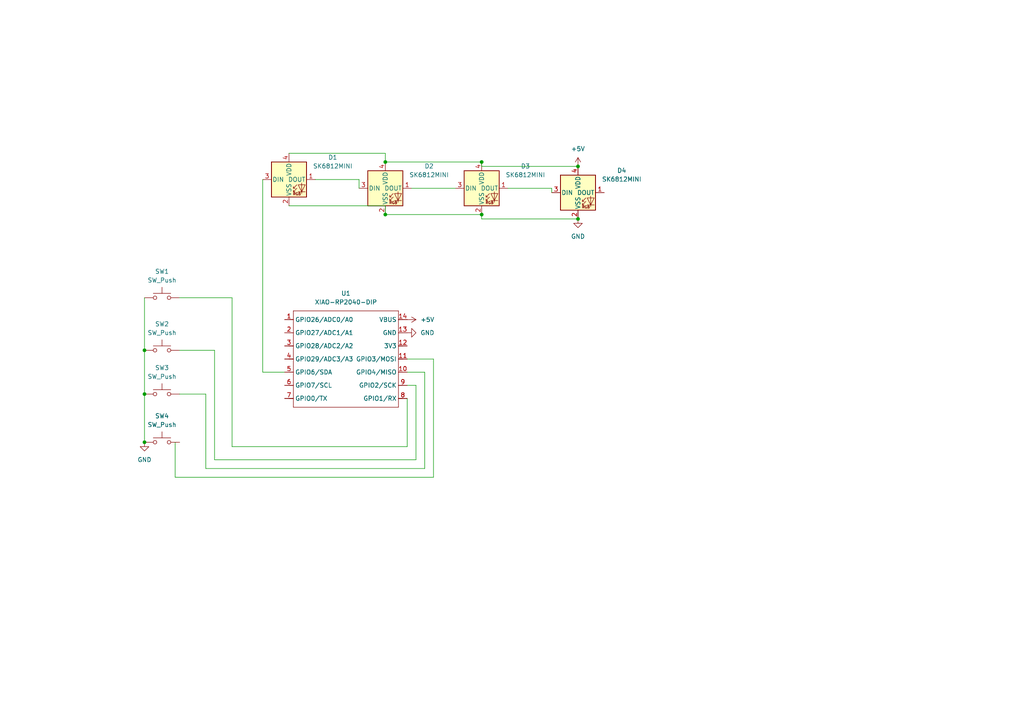
<source format=kicad_sch>
(kicad_sch
	(version 20250114)
	(generator "eeschema")
	(generator_version "9.0")
	(uuid "11d57eef-85a8-4c84-8d1b-bf52e20ed5b1")
	(paper "A4")
	(lib_symbols
		(symbol "LED:SK6812MINI"
			(pin_names
				(offset 0.254)
			)
			(exclude_from_sim no)
			(in_bom yes)
			(on_board yes)
			(property "Reference" "D"
				(at 5.08 5.715 0)
				(effects
					(font
						(size 1.27 1.27)
					)
					(justify right bottom)
				)
			)
			(property "Value" "SK6812MINI"
				(at 1.27 -5.715 0)
				(effects
					(font
						(size 1.27 1.27)
					)
					(justify left top)
				)
			)
			(property "Footprint" "LED_SMD:LED_SK6812MINI_PLCC4_3.5x3.5mm_P1.75mm"
				(at 1.27 -7.62 0)
				(effects
					(font
						(size 1.27 1.27)
					)
					(justify left top)
					(hide yes)
				)
			)
			(property "Datasheet" "https://cdn-shop.adafruit.com/product-files/2686/SK6812MINI_REV.01-1-2.pdf"
				(at 2.54 -9.525 0)
				(effects
					(font
						(size 1.27 1.27)
					)
					(justify left top)
					(hide yes)
				)
			)
			(property "Description" "RGB LED with integrated controller"
				(at 0 0 0)
				(effects
					(font
						(size 1.27 1.27)
					)
					(hide yes)
				)
			)
			(property "ki_keywords" "RGB LED NeoPixel Mini addressable"
				(at 0 0 0)
				(effects
					(font
						(size 1.27 1.27)
					)
					(hide yes)
				)
			)
			(property "ki_fp_filters" "LED*SK6812MINI*PLCC*3.5x3.5mm*P1.75mm*"
				(at 0 0 0)
				(effects
					(font
						(size 1.27 1.27)
					)
					(hide yes)
				)
			)
			(symbol "SK6812MINI_0_0"
				(text "RGB"
					(at 2.286 -4.191 0)
					(effects
						(font
							(size 0.762 0.762)
						)
					)
				)
			)
			(symbol "SK6812MINI_0_1"
				(polyline
					(pts
						(xy 1.27 -2.54) (xy 1.778 -2.54)
					)
					(stroke
						(width 0)
						(type default)
					)
					(fill
						(type none)
					)
				)
				(polyline
					(pts
						(xy 1.27 -3.556) (xy 1.778 -3.556)
					)
					(stroke
						(width 0)
						(type default)
					)
					(fill
						(type none)
					)
				)
				(polyline
					(pts
						(xy 2.286 -1.524) (xy 1.27 -2.54) (xy 1.27 -2.032)
					)
					(stroke
						(width 0)
						(type default)
					)
					(fill
						(type none)
					)
				)
				(polyline
					(pts
						(xy 2.286 -2.54) (xy 1.27 -3.556) (xy 1.27 -3.048)
					)
					(stroke
						(width 0)
						(type default)
					)
					(fill
						(type none)
					)
				)
				(polyline
					(pts
						(xy 3.683 -1.016) (xy 3.683 -3.556) (xy 3.683 -4.064)
					)
					(stroke
						(width 0)
						(type default)
					)
					(fill
						(type none)
					)
				)
				(polyline
					(pts
						(xy 4.699 -1.524) (xy 2.667 -1.524) (xy 3.683 -3.556) (xy 4.699 -1.524)
					)
					(stroke
						(width 0)
						(type default)
					)
					(fill
						(type none)
					)
				)
				(polyline
					(pts
						(xy 4.699 -3.556) (xy 2.667 -3.556)
					)
					(stroke
						(width 0)
						(type default)
					)
					(fill
						(type none)
					)
				)
				(rectangle
					(start 5.08 5.08)
					(end -5.08 -5.08)
					(stroke
						(width 0.254)
						(type default)
					)
					(fill
						(type background)
					)
				)
			)
			(symbol "SK6812MINI_1_1"
				(pin input line
					(at -7.62 0 0)
					(length 2.54)
					(name "DIN"
						(effects
							(font
								(size 1.27 1.27)
							)
						)
					)
					(number "3"
						(effects
							(font
								(size 1.27 1.27)
							)
						)
					)
				)
				(pin power_in line
					(at 0 7.62 270)
					(length 2.54)
					(name "VDD"
						(effects
							(font
								(size 1.27 1.27)
							)
						)
					)
					(number "4"
						(effects
							(font
								(size 1.27 1.27)
							)
						)
					)
				)
				(pin power_in line
					(at 0 -7.62 90)
					(length 2.54)
					(name "VSS"
						(effects
							(font
								(size 1.27 1.27)
							)
						)
					)
					(number "2"
						(effects
							(font
								(size 1.27 1.27)
							)
						)
					)
				)
				(pin output line
					(at 7.62 0 180)
					(length 2.54)
					(name "DOUT"
						(effects
							(font
								(size 1.27 1.27)
							)
						)
					)
					(number "1"
						(effects
							(font
								(size 1.27 1.27)
							)
						)
					)
				)
			)
			(embedded_fonts no)
		)
		(symbol "OPL:XIAO-RP2040-DIP"
			(exclude_from_sim no)
			(in_bom yes)
			(on_board yes)
			(property "Reference" "U"
				(at 0 0 0)
				(effects
					(font
						(size 1.27 1.27)
					)
				)
			)
			(property "Value" "XIAO-RP2040-DIP"
				(at 5.334 -1.778 0)
				(effects
					(font
						(size 1.27 1.27)
					)
				)
			)
			(property "Footprint" "Module:MOUDLE14P-XIAO-DIP-SMD"
				(at 14.478 -32.258 0)
				(effects
					(font
						(size 1.27 1.27)
					)
					(hide yes)
				)
			)
			(property "Datasheet" ""
				(at 0 0 0)
				(effects
					(font
						(size 1.27 1.27)
					)
					(hide yes)
				)
			)
			(property "Description" ""
				(at 0 0 0)
				(effects
					(font
						(size 1.27 1.27)
					)
					(hide yes)
				)
			)
			(symbol "XIAO-RP2040-DIP_1_0"
				(polyline
					(pts
						(xy -1.27 -2.54) (xy 29.21 -2.54)
					)
					(stroke
						(width 0.1524)
						(type solid)
					)
					(fill
						(type none)
					)
				)
				(polyline
					(pts
						(xy -1.27 -5.08) (xy -2.54 -5.08)
					)
					(stroke
						(width 0.1524)
						(type solid)
					)
					(fill
						(type none)
					)
				)
				(polyline
					(pts
						(xy -1.27 -5.08) (xy -1.27 -2.54)
					)
					(stroke
						(width 0.1524)
						(type solid)
					)
					(fill
						(type none)
					)
				)
				(polyline
					(pts
						(xy -1.27 -8.89) (xy -2.54 -8.89)
					)
					(stroke
						(width 0.1524)
						(type solid)
					)
					(fill
						(type none)
					)
				)
				(polyline
					(pts
						(xy -1.27 -8.89) (xy -1.27 -5.08)
					)
					(stroke
						(width 0.1524)
						(type solid)
					)
					(fill
						(type none)
					)
				)
				(polyline
					(pts
						(xy -1.27 -12.7) (xy -2.54 -12.7)
					)
					(stroke
						(width 0.1524)
						(type solid)
					)
					(fill
						(type none)
					)
				)
				(polyline
					(pts
						(xy -1.27 -12.7) (xy -1.27 -8.89)
					)
					(stroke
						(width 0.1524)
						(type solid)
					)
					(fill
						(type none)
					)
				)
				(polyline
					(pts
						(xy -1.27 -16.51) (xy -2.54 -16.51)
					)
					(stroke
						(width 0.1524)
						(type solid)
					)
					(fill
						(type none)
					)
				)
				(polyline
					(pts
						(xy -1.27 -16.51) (xy -1.27 -12.7)
					)
					(stroke
						(width 0.1524)
						(type solid)
					)
					(fill
						(type none)
					)
				)
				(polyline
					(pts
						(xy -1.27 -20.32) (xy -2.54 -20.32)
					)
					(stroke
						(width 0.1524)
						(type solid)
					)
					(fill
						(type none)
					)
				)
				(polyline
					(pts
						(xy -1.27 -24.13) (xy -2.54 -24.13)
					)
					(stroke
						(width 0.1524)
						(type solid)
					)
					(fill
						(type none)
					)
				)
				(polyline
					(pts
						(xy -1.27 -27.94) (xy -2.54 -27.94)
					)
					(stroke
						(width 0.1524)
						(type solid)
					)
					(fill
						(type none)
					)
				)
				(polyline
					(pts
						(xy -1.27 -30.48) (xy -1.27 -16.51)
					)
					(stroke
						(width 0.1524)
						(type solid)
					)
					(fill
						(type none)
					)
				)
				(polyline
					(pts
						(xy 29.21 -2.54) (xy 29.21 -5.08)
					)
					(stroke
						(width 0.1524)
						(type solid)
					)
					(fill
						(type none)
					)
				)
				(polyline
					(pts
						(xy 29.21 -5.08) (xy 29.21 -8.89)
					)
					(stroke
						(width 0.1524)
						(type solid)
					)
					(fill
						(type none)
					)
				)
				(polyline
					(pts
						(xy 29.21 -8.89) (xy 29.21 -12.7)
					)
					(stroke
						(width 0.1524)
						(type solid)
					)
					(fill
						(type none)
					)
				)
				(polyline
					(pts
						(xy 29.21 -12.7) (xy 29.21 -30.48)
					)
					(stroke
						(width 0.1524)
						(type solid)
					)
					(fill
						(type none)
					)
				)
				(polyline
					(pts
						(xy 29.21 -30.48) (xy -1.27 -30.48)
					)
					(stroke
						(width 0.1524)
						(type solid)
					)
					(fill
						(type none)
					)
				)
				(polyline
					(pts
						(xy 30.48 -5.08) (xy 29.21 -5.08)
					)
					(stroke
						(width 0.1524)
						(type solid)
					)
					(fill
						(type none)
					)
				)
				(polyline
					(pts
						(xy 30.48 -8.89) (xy 29.21 -8.89)
					)
					(stroke
						(width 0.1524)
						(type solid)
					)
					(fill
						(type none)
					)
				)
				(polyline
					(pts
						(xy 30.48 -12.7) (xy 29.21 -12.7)
					)
					(stroke
						(width 0.1524)
						(type solid)
					)
					(fill
						(type none)
					)
				)
				(polyline
					(pts
						(xy 30.48 -16.51) (xy 29.21 -16.51)
					)
					(stroke
						(width 0.1524)
						(type solid)
					)
					(fill
						(type none)
					)
				)
				(polyline
					(pts
						(xy 30.48 -20.32) (xy 29.21 -20.32)
					)
					(stroke
						(width 0.1524)
						(type solid)
					)
					(fill
						(type none)
					)
				)
				(polyline
					(pts
						(xy 30.48 -24.13) (xy 29.21 -24.13)
					)
					(stroke
						(width 0.1524)
						(type solid)
					)
					(fill
						(type none)
					)
				)
				(polyline
					(pts
						(xy 30.48 -27.94) (xy 29.21 -27.94)
					)
					(stroke
						(width 0.1524)
						(type solid)
					)
					(fill
						(type none)
					)
				)
				(pin passive line
					(at -3.81 -5.08 0)
					(length 2.54)
					(name "GPIO26/ADC0/A0"
						(effects
							(font
								(size 1.27 1.27)
							)
						)
					)
					(number "1"
						(effects
							(font
								(size 1.27 1.27)
							)
						)
					)
				)
				(pin passive line
					(at -3.81 -8.89 0)
					(length 2.54)
					(name "GPIO27/ADC1/A1"
						(effects
							(font
								(size 1.27 1.27)
							)
						)
					)
					(number "2"
						(effects
							(font
								(size 1.27 1.27)
							)
						)
					)
				)
				(pin passive line
					(at -3.81 -12.7 0)
					(length 2.54)
					(name "GPIO28/ADC2/A2"
						(effects
							(font
								(size 1.27 1.27)
							)
						)
					)
					(number "3"
						(effects
							(font
								(size 1.27 1.27)
							)
						)
					)
				)
				(pin passive line
					(at -3.81 -16.51 0)
					(length 2.54)
					(name "GPIO29/ADC3/A3"
						(effects
							(font
								(size 1.27 1.27)
							)
						)
					)
					(number "4"
						(effects
							(font
								(size 1.27 1.27)
							)
						)
					)
				)
				(pin passive line
					(at -3.81 -20.32 0)
					(length 2.54)
					(name "GPIO6/SDA"
						(effects
							(font
								(size 1.27 1.27)
							)
						)
					)
					(number "5"
						(effects
							(font
								(size 1.27 1.27)
							)
						)
					)
				)
				(pin passive line
					(at -3.81 -24.13 0)
					(length 2.54)
					(name "GPIO7/SCL"
						(effects
							(font
								(size 1.27 1.27)
							)
						)
					)
					(number "6"
						(effects
							(font
								(size 1.27 1.27)
							)
						)
					)
				)
				(pin passive line
					(at -3.81 -27.94 0)
					(length 2.54)
					(name "GPIO0/TX"
						(effects
							(font
								(size 1.27 1.27)
							)
						)
					)
					(number "7"
						(effects
							(font
								(size 1.27 1.27)
							)
						)
					)
				)
				(pin passive line
					(at 31.75 -5.08 180)
					(length 2.54)
					(name "VBUS"
						(effects
							(font
								(size 1.27 1.27)
							)
						)
					)
					(number "14"
						(effects
							(font
								(size 1.27 1.27)
							)
						)
					)
				)
				(pin passive line
					(at 31.75 -8.89 180)
					(length 2.54)
					(name "GND"
						(effects
							(font
								(size 1.27 1.27)
							)
						)
					)
					(number "13"
						(effects
							(font
								(size 1.27 1.27)
							)
						)
					)
				)
				(pin passive line
					(at 31.75 -12.7 180)
					(length 2.54)
					(name "3V3"
						(effects
							(font
								(size 1.27 1.27)
							)
						)
					)
					(number "12"
						(effects
							(font
								(size 1.27 1.27)
							)
						)
					)
				)
				(pin passive line
					(at 31.75 -16.51 180)
					(length 2.54)
					(name "GPIO3/MOSI"
						(effects
							(font
								(size 1.27 1.27)
							)
						)
					)
					(number "11"
						(effects
							(font
								(size 1.27 1.27)
							)
						)
					)
				)
				(pin passive line
					(at 31.75 -20.32 180)
					(length 2.54)
					(name "GPIO4/MISO"
						(effects
							(font
								(size 1.27 1.27)
							)
						)
					)
					(number "10"
						(effects
							(font
								(size 1.27 1.27)
							)
						)
					)
				)
				(pin passive line
					(at 31.75 -24.13 180)
					(length 2.54)
					(name "GPIO2/SCK"
						(effects
							(font
								(size 1.27 1.27)
							)
						)
					)
					(number "9"
						(effects
							(font
								(size 1.27 1.27)
							)
						)
					)
				)
				(pin passive line
					(at 31.75 -27.94 180)
					(length 2.54)
					(name "GPIO1/RX"
						(effects
							(font
								(size 1.27 1.27)
							)
						)
					)
					(number "8"
						(effects
							(font
								(size 1.27 1.27)
							)
						)
					)
				)
			)
			(embedded_fonts no)
		)
		(symbol "Switch:SW_Push"
			(pin_numbers
				(hide yes)
			)
			(pin_names
				(offset 1.016)
				(hide yes)
			)
			(exclude_from_sim no)
			(in_bom yes)
			(on_board yes)
			(property "Reference" "SW"
				(at 1.27 2.54 0)
				(effects
					(font
						(size 1.27 1.27)
					)
					(justify left)
				)
			)
			(property "Value" "SW_Push"
				(at 0 -1.524 0)
				(effects
					(font
						(size 1.27 1.27)
					)
				)
			)
			(property "Footprint" ""
				(at 0 5.08 0)
				(effects
					(font
						(size 1.27 1.27)
					)
					(hide yes)
				)
			)
			(property "Datasheet" "~"
				(at 0 5.08 0)
				(effects
					(font
						(size 1.27 1.27)
					)
					(hide yes)
				)
			)
			(property "Description" "Push button switch, generic, two pins"
				(at 0 0 0)
				(effects
					(font
						(size 1.27 1.27)
					)
					(hide yes)
				)
			)
			(property "ki_keywords" "switch normally-open pushbutton push-button"
				(at 0 0 0)
				(effects
					(font
						(size 1.27 1.27)
					)
					(hide yes)
				)
			)
			(symbol "SW_Push_0_1"
				(circle
					(center -2.032 0)
					(radius 0.508)
					(stroke
						(width 0)
						(type default)
					)
					(fill
						(type none)
					)
				)
				(polyline
					(pts
						(xy 0 1.27) (xy 0 3.048)
					)
					(stroke
						(width 0)
						(type default)
					)
					(fill
						(type none)
					)
				)
				(circle
					(center 2.032 0)
					(radius 0.508)
					(stroke
						(width 0)
						(type default)
					)
					(fill
						(type none)
					)
				)
				(polyline
					(pts
						(xy 2.54 1.27) (xy -2.54 1.27)
					)
					(stroke
						(width 0)
						(type default)
					)
					(fill
						(type none)
					)
				)
				(pin passive line
					(at -5.08 0 0)
					(length 2.54)
					(name "1"
						(effects
							(font
								(size 1.27 1.27)
							)
						)
					)
					(number "1"
						(effects
							(font
								(size 1.27 1.27)
							)
						)
					)
				)
				(pin passive line
					(at 5.08 0 180)
					(length 2.54)
					(name "2"
						(effects
							(font
								(size 1.27 1.27)
							)
						)
					)
					(number "2"
						(effects
							(font
								(size 1.27 1.27)
							)
						)
					)
				)
			)
			(embedded_fonts no)
		)
		(symbol "power:+5V"
			(power)
			(pin_numbers
				(hide yes)
			)
			(pin_names
				(offset 0)
				(hide yes)
			)
			(exclude_from_sim no)
			(in_bom yes)
			(on_board yes)
			(property "Reference" "#PWR"
				(at 0 -3.81 0)
				(effects
					(font
						(size 1.27 1.27)
					)
					(hide yes)
				)
			)
			(property "Value" "+5V"
				(at 0 3.556 0)
				(effects
					(font
						(size 1.27 1.27)
					)
				)
			)
			(property "Footprint" ""
				(at 0 0 0)
				(effects
					(font
						(size 1.27 1.27)
					)
					(hide yes)
				)
			)
			(property "Datasheet" ""
				(at 0 0 0)
				(effects
					(font
						(size 1.27 1.27)
					)
					(hide yes)
				)
			)
			(property "Description" "Power symbol creates a global label with name \"+5V\""
				(at 0 0 0)
				(effects
					(font
						(size 1.27 1.27)
					)
					(hide yes)
				)
			)
			(property "ki_keywords" "global power"
				(at 0 0 0)
				(effects
					(font
						(size 1.27 1.27)
					)
					(hide yes)
				)
			)
			(symbol "+5V_0_1"
				(polyline
					(pts
						(xy -0.762 1.27) (xy 0 2.54)
					)
					(stroke
						(width 0)
						(type default)
					)
					(fill
						(type none)
					)
				)
				(polyline
					(pts
						(xy 0 2.54) (xy 0.762 1.27)
					)
					(stroke
						(width 0)
						(type default)
					)
					(fill
						(type none)
					)
				)
				(polyline
					(pts
						(xy 0 0) (xy 0 2.54)
					)
					(stroke
						(width 0)
						(type default)
					)
					(fill
						(type none)
					)
				)
			)
			(symbol "+5V_1_1"
				(pin power_in line
					(at 0 0 90)
					(length 0)
					(name "~"
						(effects
							(font
								(size 1.27 1.27)
							)
						)
					)
					(number "1"
						(effects
							(font
								(size 1.27 1.27)
							)
						)
					)
				)
			)
			(embedded_fonts no)
		)
		(symbol "power:GND"
			(power)
			(pin_numbers
				(hide yes)
			)
			(pin_names
				(offset 0)
				(hide yes)
			)
			(exclude_from_sim no)
			(in_bom yes)
			(on_board yes)
			(property "Reference" "#PWR"
				(at 0 -6.35 0)
				(effects
					(font
						(size 1.27 1.27)
					)
					(hide yes)
				)
			)
			(property "Value" "GND"
				(at 0 -3.81 0)
				(effects
					(font
						(size 1.27 1.27)
					)
				)
			)
			(property "Footprint" ""
				(at 0 0 0)
				(effects
					(font
						(size 1.27 1.27)
					)
					(hide yes)
				)
			)
			(property "Datasheet" ""
				(at 0 0 0)
				(effects
					(font
						(size 1.27 1.27)
					)
					(hide yes)
				)
			)
			(property "Description" "Power symbol creates a global label with name \"GND\" , ground"
				(at 0 0 0)
				(effects
					(font
						(size 1.27 1.27)
					)
					(hide yes)
				)
			)
			(property "ki_keywords" "global power"
				(at 0 0 0)
				(effects
					(font
						(size 1.27 1.27)
					)
					(hide yes)
				)
			)
			(symbol "GND_0_1"
				(polyline
					(pts
						(xy 0 0) (xy 0 -1.27) (xy 1.27 -1.27) (xy 0 -2.54) (xy -1.27 -1.27) (xy 0 -1.27)
					)
					(stroke
						(width 0)
						(type default)
					)
					(fill
						(type none)
					)
				)
			)
			(symbol "GND_1_1"
				(pin power_in line
					(at 0 0 270)
					(length 0)
					(name "~"
						(effects
							(font
								(size 1.27 1.27)
							)
						)
					)
					(number "1"
						(effects
							(font
								(size 1.27 1.27)
							)
						)
					)
				)
			)
			(embedded_fonts no)
		)
	)
	(junction
		(at 139.7 62.23)
		(diameter 0)
		(color 0 0 0 0)
		(uuid "36a2f428-213a-4291-8ce9-f3746334a688")
	)
	(junction
		(at 41.91 101.6)
		(diameter 0)
		(color 0 0 0 0)
		(uuid "4a7d4b76-1b89-446f-a0dc-3801aa89f25a")
	)
	(junction
		(at 111.76 46.99)
		(diameter 0)
		(color 0 0 0 0)
		(uuid "74b40708-a9d4-4175-8dba-044b0ecd5ba1")
	)
	(junction
		(at 41.91 128.27)
		(diameter 0)
		(color 0 0 0 0)
		(uuid "9c30821f-7023-4167-8ee4-80606ce58ed7")
	)
	(junction
		(at 41.91 114.3)
		(diameter 0)
		(color 0 0 0 0)
		(uuid "a9f51fc3-68c3-4ee6-8e3a-d09660012e9b")
	)
	(junction
		(at 111.76 62.23)
		(diameter 0)
		(color 0 0 0 0)
		(uuid "adf9277e-aaef-4f94-9477-66dadfce5c29")
	)
	(junction
		(at 167.64 48.26)
		(diameter 0)
		(color 0 0 0 0)
		(uuid "b3a36005-db66-4cd3-bf14-f51525f43aeb")
	)
	(junction
		(at 167.64 63.5)
		(diameter 0)
		(color 0 0 0 0)
		(uuid "b64ea526-f7fc-4a89-b2b0-0ed3313face8")
	)
	(junction
		(at 139.7 46.99)
		(diameter 0)
		(color 0 0 0 0)
		(uuid "e3107dcb-f493-4bf8-9ed8-b6a742b595ab")
	)
	(wire
		(pts
			(xy 139.7 63.5) (xy 139.7 62.23)
		)
		(stroke
			(width 0)
			(type default)
		)
		(uuid "01bda7f4-538b-42a2-b1fa-b606a9bab3db")
	)
	(wire
		(pts
			(xy 67.31 86.36) (xy 52.07 86.36)
		)
		(stroke
			(width 0)
			(type default)
		)
		(uuid "06911295-bd82-49a5-b201-daa962978aa9")
	)
	(wire
		(pts
			(xy 91.44 52.07) (xy 104.14 52.07)
		)
		(stroke
			(width 0)
			(type default)
		)
		(uuid "0b6de79f-a00d-4efd-95be-22b928cd5481")
	)
	(wire
		(pts
			(xy 125.73 138.43) (xy 50.8 138.43)
		)
		(stroke
			(width 0)
			(type default)
		)
		(uuid "0daf493e-50d3-4518-9cf1-b38fba94e31a")
	)
	(wire
		(pts
			(xy 111.76 62.23) (xy 139.7 62.23)
		)
		(stroke
			(width 0)
			(type default)
		)
		(uuid "1267b1fe-bad8-47e9-8f07-1f9c5318e8ff")
	)
	(wire
		(pts
			(xy 118.11 129.54) (xy 67.31 129.54)
		)
		(stroke
			(width 0)
			(type default)
		)
		(uuid "139756bc-c731-4047-aae2-d98da5a7e0dc")
	)
	(wire
		(pts
			(xy 111.76 46.99) (xy 139.7 46.99)
		)
		(stroke
			(width 0)
			(type default)
		)
		(uuid "168171d8-c9ef-4969-909d-493e20d668c7")
	)
	(wire
		(pts
			(xy 52.07 114.3) (xy 59.69 114.3)
		)
		(stroke
			(width 0)
			(type default)
		)
		(uuid "20e983e9-185f-4e54-a2cf-bcaeb75e0090")
	)
	(wire
		(pts
			(xy 41.91 86.36) (xy 41.91 101.6)
		)
		(stroke
			(width 0)
			(type default)
		)
		(uuid "3225016b-3382-4f7f-96d5-a9693ed350b6")
	)
	(wire
		(pts
			(xy 82.55 107.95) (xy 76.2 107.95)
		)
		(stroke
			(width 0)
			(type default)
		)
		(uuid "39b6de54-b9cc-4507-a164-bcc952327237")
	)
	(wire
		(pts
			(xy 50.8 138.43) (xy 50.8 128.27)
		)
		(stroke
			(width 0)
			(type default)
		)
		(uuid "3c324fea-9dc0-4908-826c-e33d8e552f7d")
	)
	(wire
		(pts
			(xy 139.7 48.26) (xy 139.7 46.99)
		)
		(stroke
			(width 0)
			(type default)
		)
		(uuid "3e3c83e7-dfe0-4dac-8db0-36fa83954be5")
	)
	(wire
		(pts
			(xy 118.11 115.57) (xy 118.11 129.54)
		)
		(stroke
			(width 0)
			(type default)
		)
		(uuid "445f9a16-817b-4307-9f5c-b6b0d90d1a16")
	)
	(wire
		(pts
			(xy 41.91 114.3) (xy 41.91 128.27)
		)
		(stroke
			(width 0)
			(type default)
		)
		(uuid "49920bb3-5ee2-4cae-a471-76a6dd87c3f8")
	)
	(wire
		(pts
			(xy 62.23 133.35) (xy 62.23 101.6)
		)
		(stroke
			(width 0)
			(type default)
		)
		(uuid "57f6bfad-8644-4393-9f1d-0c8f69350eae")
	)
	(wire
		(pts
			(xy 118.11 111.76) (xy 120.65 111.76)
		)
		(stroke
			(width 0)
			(type default)
		)
		(uuid "5ddbeec6-854e-4a0c-8fb6-6cc5ef06d541")
	)
	(wire
		(pts
			(xy 123.19 107.95) (xy 118.11 107.95)
		)
		(stroke
			(width 0)
			(type default)
		)
		(uuid "62a9bd54-75c9-44d1-b93a-95336f8bab30")
	)
	(wire
		(pts
			(xy 104.14 52.07) (xy 104.14 54.61)
		)
		(stroke
			(width 0)
			(type default)
		)
		(uuid "639a950a-e49c-439b-8a7c-cdf8bf75a1fe")
	)
	(wire
		(pts
			(xy 67.31 129.54) (xy 67.31 86.36)
		)
		(stroke
			(width 0)
			(type default)
		)
		(uuid "6f15a73d-699b-46de-b6f8-fa3d7ec2497a")
	)
	(wire
		(pts
			(xy 120.65 111.76) (xy 120.65 133.35)
		)
		(stroke
			(width 0)
			(type default)
		)
		(uuid "7633effb-4ea5-432a-8527-720fe59b4868")
	)
	(wire
		(pts
			(xy 120.65 133.35) (xy 62.23 133.35)
		)
		(stroke
			(width 0)
			(type default)
		)
		(uuid "77299bd7-fc93-4cdb-a60e-240137a2f777")
	)
	(wire
		(pts
			(xy 83.82 59.69) (xy 111.76 59.69)
		)
		(stroke
			(width 0)
			(type default)
		)
		(uuid "7897e4a6-f9e3-44cd-ae76-b858af230e9a")
	)
	(wire
		(pts
			(xy 118.11 104.14) (xy 125.73 104.14)
		)
		(stroke
			(width 0)
			(type default)
		)
		(uuid "7de7b719-fd62-4659-ad6d-2df45f07c54a")
	)
	(wire
		(pts
			(xy 59.69 135.89) (xy 123.19 135.89)
		)
		(stroke
			(width 0)
			(type default)
		)
		(uuid "84cecdfb-556a-4919-b7d5-75931ac86a75")
	)
	(wire
		(pts
			(xy 83.82 44.45) (xy 111.76 44.45)
		)
		(stroke
			(width 0)
			(type default)
		)
		(uuid "8fb744f4-8247-4c08-9842-dd25bfa9d705")
	)
	(wire
		(pts
			(xy 167.64 63.5) (xy 139.7 63.5)
		)
		(stroke
			(width 0)
			(type default)
		)
		(uuid "99b085c7-15a7-4683-8748-19c34e4a6137")
	)
	(wire
		(pts
			(xy 147.32 54.61) (xy 160.02 54.61)
		)
		(stroke
			(width 0)
			(type default)
		)
		(uuid "a978dbc1-9db0-4524-a134-e7b99cd6fc3b")
	)
	(wire
		(pts
			(xy 160.02 54.61) (xy 160.02 55.88)
		)
		(stroke
			(width 0)
			(type default)
		)
		(uuid "ac529028-1c47-4d38-b6f5-22d0efcf0fc2")
	)
	(wire
		(pts
			(xy 111.76 44.45) (xy 111.76 46.99)
		)
		(stroke
			(width 0)
			(type default)
		)
		(uuid "c3052a3c-99f3-43f8-9265-23e3037dde29")
	)
	(wire
		(pts
			(xy 76.2 107.95) (xy 76.2 52.07)
		)
		(stroke
			(width 0)
			(type default)
		)
		(uuid "cf109d6a-3c5e-470c-b2f3-125384a3e80d")
	)
	(wire
		(pts
			(xy 111.76 59.69) (xy 111.76 62.23)
		)
		(stroke
			(width 0)
			(type default)
		)
		(uuid "d4b512b5-48d5-496a-9ed1-4e1b70a33ac9")
	)
	(wire
		(pts
			(xy 50.8 128.27) (xy 52.07 128.27)
		)
		(stroke
			(width 0)
			(type default)
		)
		(uuid "d700f28a-2481-460b-9b22-5dafaddf305a")
	)
	(wire
		(pts
			(xy 125.73 104.14) (xy 125.73 138.43)
		)
		(stroke
			(width 0)
			(type default)
		)
		(uuid "d7636bf9-8316-4bb2-9dc3-71e755cab4f4")
	)
	(wire
		(pts
			(xy 41.91 101.6) (xy 41.91 114.3)
		)
		(stroke
			(width 0)
			(type default)
		)
		(uuid "dbd76eca-101a-405c-b619-14c7044796af")
	)
	(wire
		(pts
			(xy 62.23 101.6) (xy 52.07 101.6)
		)
		(stroke
			(width 0)
			(type default)
		)
		(uuid "e81ecf57-daeb-4260-9ab5-e7c11d55c3a1")
	)
	(wire
		(pts
			(xy 123.19 135.89) (xy 123.19 107.95)
		)
		(stroke
			(width 0)
			(type default)
		)
		(uuid "e82d6ea7-214a-4955-8215-96f1d2624031")
	)
	(wire
		(pts
			(xy 59.69 114.3) (xy 59.69 135.89)
		)
		(stroke
			(width 0)
			(type default)
		)
		(uuid "ea9423a3-a590-4cad-8a05-9b0fbaa296e4")
	)
	(wire
		(pts
			(xy 119.38 54.61) (xy 132.08 54.61)
		)
		(stroke
			(width 0)
			(type default)
		)
		(uuid "eb08b34b-c249-4d90-9816-d2de505bd947")
	)
	(wire
		(pts
			(xy 167.64 48.26) (xy 139.7 48.26)
		)
		(stroke
			(width 0)
			(type default)
		)
		(uuid "fd6f7ea8-b7ef-4899-af87-c33391a4fc9a")
	)
	(symbol
		(lib_id "OPL:XIAO-RP2040-DIP")
		(at 86.36 87.63 0)
		(unit 1)
		(exclude_from_sim no)
		(in_bom yes)
		(on_board yes)
		(dnp no)
		(fields_autoplaced yes)
		(uuid "06df3eb8-1d5c-4dc8-86ef-a7d4ad6b8bc1")
		(property "Reference" "U1"
			(at 100.33 85.09 0)
			(effects
				(font
					(size 1.27 1.27)
				)
			)
		)
		(property "Value" "XIAO-RP2040-DIP"
			(at 100.33 87.63 0)
			(effects
				(font
					(size 1.27 1.27)
				)
			)
		)
		(property "Footprint" "OPL:XIAO-RP2040-DIP"
			(at 100.838 119.888 0)
			(effects
				(font
					(size 1.27 1.27)
				)
				(hide yes)
			)
		)
		(property "Datasheet" ""
			(at 86.36 87.63 0)
			(effects
				(font
					(size 1.27 1.27)
				)
				(hide yes)
			)
		)
		(property "Description" ""
			(at 86.36 87.63 0)
			(effects
				(font
					(size 1.27 1.27)
				)
				(hide yes)
			)
		)
		(pin "1"
			(uuid "d1762b4b-f1fa-4d17-a0d4-59e7c8503aa0")
		)
		(pin "3"
			(uuid "3f9d3a97-9b49-4356-9d49-d6c0413bcb0f")
		)
		(pin "2"
			(uuid "ed9ea749-e02f-4ce3-be12-53f1297d090a")
		)
		(pin "6"
			(uuid "035a74ab-4ee4-49a7-972e-ecb965f9178c")
		)
		(pin "13"
			(uuid "b00c5fc1-0e92-4c04-b9b2-72495bdd6a60")
		)
		(pin "7"
			(uuid "56e53fbe-9a95-42c8-a55b-c0cd0a8085dd")
		)
		(pin "12"
			(uuid "9797f542-e8f2-4cb7-9b7c-6198755139f8")
		)
		(pin "8"
			(uuid "75ae6f86-4df5-42c7-a333-1c65b1e87dee")
		)
		(pin "4"
			(uuid "78c048c7-ef44-4166-a270-2c5be4263f80")
		)
		(pin "9"
			(uuid "49f9a7e9-a063-4080-a49f-5431704fb143")
		)
		(pin "5"
			(uuid "1b7cc2be-4748-478d-ad21-a1446b533f75")
		)
		(pin "11"
			(uuid "0e72a729-5d44-4310-989e-462cad7e07a9")
		)
		(pin "14"
			(uuid "9ec8e777-e5e0-4eb3-9df8-7fbe4bdbbc3b")
		)
		(pin "10"
			(uuid "4e01ac9b-0f9b-41cb-880b-35b37bfb2568")
		)
		(instances
			(project ""
				(path "/11d57eef-85a8-4c84-8d1b-bf52e20ed5b1"
					(reference "U1")
					(unit 1)
				)
			)
		)
	)
	(symbol
		(lib_id "power:GND")
		(at 41.91 128.27 0)
		(unit 1)
		(exclude_from_sim no)
		(in_bom yes)
		(on_board yes)
		(dnp no)
		(fields_autoplaced yes)
		(uuid "3f6d5056-593c-429e-a708-aef04bb342df")
		(property "Reference" "#PWR03"
			(at 41.91 134.62 0)
			(effects
				(font
					(size 1.27 1.27)
				)
				(hide yes)
			)
		)
		(property "Value" "GND"
			(at 41.91 133.35 0)
			(effects
				(font
					(size 1.27 1.27)
				)
			)
		)
		(property "Footprint" ""
			(at 41.91 128.27 0)
			(effects
				(font
					(size 1.27 1.27)
				)
				(hide yes)
			)
		)
		(property "Datasheet" ""
			(at 41.91 128.27 0)
			(effects
				(font
					(size 1.27 1.27)
				)
				(hide yes)
			)
		)
		(property "Description" "Power symbol creates a global label with name \"GND\" , ground"
			(at 41.91 128.27 0)
			(effects
				(font
					(size 1.27 1.27)
				)
				(hide yes)
			)
		)
		(pin "1"
			(uuid "51ddc31f-4fca-468d-8d76-941e8dc71b04")
		)
		(instances
			(project ""
				(path "/11d57eef-85a8-4c84-8d1b-bf52e20ed5b1"
					(reference "#PWR03")
					(unit 1)
				)
			)
		)
	)
	(symbol
		(lib_id "LED:SK6812MINI")
		(at 167.64 55.88 0)
		(unit 1)
		(exclude_from_sim no)
		(in_bom yes)
		(on_board yes)
		(dnp no)
		(fields_autoplaced yes)
		(uuid "48196ac9-70c4-42ce-8e87-c20afd96a212")
		(property "Reference" "D4"
			(at 180.34 49.4598 0)
			(effects
				(font
					(size 1.27 1.27)
				)
			)
		)
		(property "Value" "SK6812MINI"
			(at 180.34 51.9998 0)
			(effects
				(font
					(size 1.27 1.27)
				)
			)
		)
		(property "Footprint" "LED_SMD:LED_SK6812MINI_PLCC4_3.5x3.5mm_P1.75mm"
			(at 168.91 63.5 0)
			(effects
				(font
					(size 1.27 1.27)
				)
				(justify left top)
				(hide yes)
			)
		)
		(property "Datasheet" "https://cdn-shop.adafruit.com/product-files/2686/SK6812MINI_REV.01-1-2.pdf"
			(at 170.18 65.405 0)
			(effects
				(font
					(size 1.27 1.27)
				)
				(justify left top)
				(hide yes)
			)
		)
		(property "Description" "RGB LED with integrated controller"
			(at 167.64 55.88 0)
			(effects
				(font
					(size 1.27 1.27)
				)
				(hide yes)
			)
		)
		(pin "3"
			(uuid "ed148d1e-4f4e-47a4-9737-be183935fc13")
		)
		(pin "1"
			(uuid "0e204073-a360-4dfb-8926-56b98371f5aa")
		)
		(pin "4"
			(uuid "d2b8b1db-7745-49c8-87e8-56c9a5c691ca")
		)
		(pin "2"
			(uuid "4401ebef-bf4d-49af-8554-15a3f0f894bd")
		)
		(instances
			(project ""
				(path "/11d57eef-85a8-4c84-8d1b-bf52e20ed5b1"
					(reference "D4")
					(unit 1)
				)
			)
		)
	)
	(symbol
		(lib_id "Switch:SW_Push")
		(at 46.99 86.36 0)
		(unit 1)
		(exclude_from_sim no)
		(in_bom yes)
		(on_board yes)
		(dnp no)
		(fields_autoplaced yes)
		(uuid "61383d61-40f8-4122-a18d-1c960ff6f6b5")
		(property "Reference" "SW1"
			(at 46.99 78.74 0)
			(effects
				(font
					(size 1.27 1.27)
				)
			)
		)
		(property "Value" "SW_Push"
			(at 46.99 81.28 0)
			(effects
				(font
					(size 1.27 1.27)
				)
			)
		)
		(property "Footprint" "Button_Switch_Keyboard:SW_Cherry_MX_1.00u_PCB"
			(at 46.99 81.28 0)
			(effects
				(font
					(size 1.27 1.27)
				)
				(hide yes)
			)
		)
		(property "Datasheet" "~"
			(at 46.99 81.28 0)
			(effects
				(font
					(size 1.27 1.27)
				)
				(hide yes)
			)
		)
		(property "Description" "Push button switch, generic, two pins"
			(at 46.99 86.36 0)
			(effects
				(font
					(size 1.27 1.27)
				)
				(hide yes)
			)
		)
		(pin "2"
			(uuid "6631080a-1a1b-4606-9ad0-eb045241f115")
		)
		(pin "1"
			(uuid "f0a3fec1-0f60-482a-90b5-a5fa4f7e832b")
		)
		(instances
			(project ""
				(path "/11d57eef-85a8-4c84-8d1b-bf52e20ed5b1"
					(reference "SW1")
					(unit 1)
				)
			)
		)
	)
	(symbol
		(lib_id "Switch:SW_Push")
		(at 46.99 128.27 0)
		(unit 1)
		(exclude_from_sim no)
		(in_bom yes)
		(on_board yes)
		(dnp no)
		(fields_autoplaced yes)
		(uuid "6d0a5506-c0c3-41ca-bd70-f6b669bd81e9")
		(property "Reference" "SW4"
			(at 46.99 120.65 0)
			(effects
				(font
					(size 1.27 1.27)
				)
			)
		)
		(property "Value" "SW_Push"
			(at 46.99 123.19 0)
			(effects
				(font
					(size 1.27 1.27)
				)
			)
		)
		(property "Footprint" "Button_Switch_Keyboard:SW_Cherry_MX_1.00u_PCB"
			(at 46.99 123.19 0)
			(effects
				(font
					(size 1.27 1.27)
				)
				(hide yes)
			)
		)
		(property "Datasheet" "~"
			(at 46.99 123.19 0)
			(effects
				(font
					(size 1.27 1.27)
				)
				(hide yes)
			)
		)
		(property "Description" "Push button switch, generic, two pins"
			(at 46.99 128.27 0)
			(effects
				(font
					(size 1.27 1.27)
				)
				(hide yes)
			)
		)
		(pin "1"
			(uuid "f6da8192-2e5a-4a7e-8ea2-71399c299a40")
		)
		(pin "2"
			(uuid "04e2b8d4-128b-40b8-85c0-21937a8d2ead")
		)
		(instances
			(project ""
				(path "/11d57eef-85a8-4c84-8d1b-bf52e20ed5b1"
					(reference "SW4")
					(unit 1)
				)
			)
		)
	)
	(symbol
		(lib_id "LED:SK6812MINI")
		(at 139.7 54.61 0)
		(unit 1)
		(exclude_from_sim no)
		(in_bom yes)
		(on_board yes)
		(dnp no)
		(fields_autoplaced yes)
		(uuid "78826980-3a98-40b6-87fc-fcc667957db2")
		(property "Reference" "D3"
			(at 152.4 48.1898 0)
			(effects
				(font
					(size 1.27 1.27)
				)
			)
		)
		(property "Value" "SK6812MINI"
			(at 152.4 50.7298 0)
			(effects
				(font
					(size 1.27 1.27)
				)
			)
		)
		(property "Footprint" "LED_SMD:LED_SK6812MINI_PLCC4_3.5x3.5mm_P1.75mm"
			(at 140.97 62.23 0)
			(effects
				(font
					(size 1.27 1.27)
				)
				(justify left top)
				(hide yes)
			)
		)
		(property "Datasheet" "https://cdn-shop.adafruit.com/product-files/2686/SK6812MINI_REV.01-1-2.pdf"
			(at 142.24 64.135 0)
			(effects
				(font
					(size 1.27 1.27)
				)
				(justify left top)
				(hide yes)
			)
		)
		(property "Description" "RGB LED with integrated controller"
			(at 139.7 54.61 0)
			(effects
				(font
					(size 1.27 1.27)
				)
				(hide yes)
			)
		)
		(pin "3"
			(uuid "ed148d1e-4f4e-47a4-9737-be183935fc13")
		)
		(pin "1"
			(uuid "0e204073-a360-4dfb-8926-56b98371f5aa")
		)
		(pin "4"
			(uuid "d2b8b1db-7745-49c8-87e8-56c9a5c691ca")
		)
		(pin "2"
			(uuid "4401ebef-bf4d-49af-8554-15a3f0f894bd")
		)
		(instances
			(project ""
				(path "/11d57eef-85a8-4c84-8d1b-bf52e20ed5b1"
					(reference "D3")
					(unit 1)
				)
			)
		)
	)
	(symbol
		(lib_id "power:+5V")
		(at 167.64 48.26 0)
		(unit 1)
		(exclude_from_sim no)
		(in_bom yes)
		(on_board yes)
		(dnp no)
		(fields_autoplaced yes)
		(uuid "80dad373-4a8f-408d-83de-d98260530099")
		(property "Reference" "#PWR02"
			(at 167.64 52.07 0)
			(effects
				(font
					(size 1.27 1.27)
				)
				(hide yes)
			)
		)
		(property "Value" "+5V"
			(at 167.64 43.18 0)
			(effects
				(font
					(size 1.27 1.27)
				)
			)
		)
		(property "Footprint" ""
			(at 167.64 48.26 0)
			(effects
				(font
					(size 1.27 1.27)
				)
				(hide yes)
			)
		)
		(property "Datasheet" ""
			(at 167.64 48.26 0)
			(effects
				(font
					(size 1.27 1.27)
				)
				(hide yes)
			)
		)
		(property "Description" "Power symbol creates a global label with name \"+5V\""
			(at 167.64 48.26 0)
			(effects
				(font
					(size 1.27 1.27)
				)
				(hide yes)
			)
		)
		(pin "1"
			(uuid "67576029-a84f-4170-84a3-c05f03eefe38")
		)
		(instances
			(project ""
				(path "/11d57eef-85a8-4c84-8d1b-bf52e20ed5b1"
					(reference "#PWR02")
					(unit 1)
				)
			)
		)
	)
	(symbol
		(lib_id "power:GND")
		(at 167.64 63.5 0)
		(unit 1)
		(exclude_from_sim no)
		(in_bom yes)
		(on_board yes)
		(dnp no)
		(fields_autoplaced yes)
		(uuid "84f36933-4232-437d-94f5-d3f09950aa50")
		(property "Reference" "#PWR01"
			(at 167.64 69.85 0)
			(effects
				(font
					(size 1.27 1.27)
				)
				(hide yes)
			)
		)
		(property "Value" "GND"
			(at 167.64 68.58 0)
			(effects
				(font
					(size 1.27 1.27)
				)
			)
		)
		(property "Footprint" ""
			(at 167.64 63.5 0)
			(effects
				(font
					(size 1.27 1.27)
				)
				(hide yes)
			)
		)
		(property "Datasheet" ""
			(at 167.64 63.5 0)
			(effects
				(font
					(size 1.27 1.27)
				)
				(hide yes)
			)
		)
		(property "Description" "Power symbol creates a global label with name \"GND\" , ground"
			(at 167.64 63.5 0)
			(effects
				(font
					(size 1.27 1.27)
				)
				(hide yes)
			)
		)
		(pin "1"
			(uuid "d4f23d92-5754-494a-b197-56b7571c4194")
		)
		(instances
			(project ""
				(path "/11d57eef-85a8-4c84-8d1b-bf52e20ed5b1"
					(reference "#PWR01")
					(unit 1)
				)
			)
		)
	)
	(symbol
		(lib_id "LED:SK6812MINI")
		(at 83.82 52.07 0)
		(unit 1)
		(exclude_from_sim no)
		(in_bom yes)
		(on_board yes)
		(dnp no)
		(fields_autoplaced yes)
		(uuid "93d4ad50-ba1b-4c69-a43c-7ad1fe1c2574")
		(property "Reference" "D1"
			(at 96.52 45.6498 0)
			(effects
				(font
					(size 1.27 1.27)
				)
			)
		)
		(property "Value" "SK6812MINI"
			(at 96.52 48.1898 0)
			(effects
				(font
					(size 1.27 1.27)
				)
			)
		)
		(property "Footprint" "LED_SMD:LED_SK6812MINI_PLCC4_3.5x3.5mm_P1.75mm"
			(at 85.09 59.69 0)
			(effects
				(font
					(size 1.27 1.27)
				)
				(justify left top)
				(hide yes)
			)
		)
		(property "Datasheet" "https://cdn-shop.adafruit.com/product-files/2686/SK6812MINI_REV.01-1-2.pdf"
			(at 86.36 61.595 0)
			(effects
				(font
					(size 1.27 1.27)
				)
				(justify left top)
				(hide yes)
			)
		)
		(property "Description" "RGB LED with integrated controller"
			(at 83.82 52.07 0)
			(effects
				(font
					(size 1.27 1.27)
				)
				(hide yes)
			)
		)
		(pin "3"
			(uuid "ed148d1e-4f4e-47a4-9737-be183935fc13")
		)
		(pin "1"
			(uuid "0e204073-a360-4dfb-8926-56b98371f5aa")
		)
		(pin "4"
			(uuid "d2b8b1db-7745-49c8-87e8-56c9a5c691ca")
		)
		(pin "2"
			(uuid "4401ebef-bf4d-49af-8554-15a3f0f894bd")
		)
		(instances
			(project ""
				(path "/11d57eef-85a8-4c84-8d1b-bf52e20ed5b1"
					(reference "D1")
					(unit 1)
				)
			)
		)
	)
	(symbol
		(lib_id "LED:SK6812MINI")
		(at 111.76 54.61 0)
		(unit 1)
		(exclude_from_sim no)
		(in_bom yes)
		(on_board yes)
		(dnp no)
		(fields_autoplaced yes)
		(uuid "a3210c6a-84a6-41ce-bdfc-81363831e8b4")
		(property "Reference" "D2"
			(at 124.46 48.1898 0)
			(effects
				(font
					(size 1.27 1.27)
				)
			)
		)
		(property "Value" "SK6812MINI"
			(at 124.46 50.7298 0)
			(effects
				(font
					(size 1.27 1.27)
				)
			)
		)
		(property "Footprint" "LED_SMD:LED_SK6812MINI_PLCC4_3.5x3.5mm_P1.75mm"
			(at 113.03 62.23 0)
			(effects
				(font
					(size 1.27 1.27)
				)
				(justify left top)
				(hide yes)
			)
		)
		(property "Datasheet" "https://cdn-shop.adafruit.com/product-files/2686/SK6812MINI_REV.01-1-2.pdf"
			(at 114.3 64.135 0)
			(effects
				(font
					(size 1.27 1.27)
				)
				(justify left top)
				(hide yes)
			)
		)
		(property "Description" "RGB LED with integrated controller"
			(at 111.76 54.61 0)
			(effects
				(font
					(size 1.27 1.27)
				)
				(hide yes)
			)
		)
		(pin "3"
			(uuid "ed148d1e-4f4e-47a4-9737-be183935fc13")
		)
		(pin "1"
			(uuid "0e204073-a360-4dfb-8926-56b98371f5aa")
		)
		(pin "4"
			(uuid "d2b8b1db-7745-49c8-87e8-56c9a5c691ca")
		)
		(pin "2"
			(uuid "4401ebef-bf4d-49af-8554-15a3f0f894bd")
		)
		(instances
			(project ""
				(path "/11d57eef-85a8-4c84-8d1b-bf52e20ed5b1"
					(reference "D2")
					(unit 1)
				)
			)
		)
	)
	(symbol
		(lib_id "Switch:SW_Push")
		(at 46.99 114.3 0)
		(unit 1)
		(exclude_from_sim no)
		(in_bom yes)
		(on_board yes)
		(dnp no)
		(fields_autoplaced yes)
		(uuid "b2e5e61b-2e6d-41d3-bf5b-1120b647e945")
		(property "Reference" "SW3"
			(at 46.99 106.68 0)
			(effects
				(font
					(size 1.27 1.27)
				)
			)
		)
		(property "Value" "SW_Push"
			(at 46.99 109.22 0)
			(effects
				(font
					(size 1.27 1.27)
				)
			)
		)
		(property "Footprint" "Button_Switch_Keyboard:SW_Cherry_MX_1.00u_PCB"
			(at 46.99 109.22 0)
			(effects
				(font
					(size 1.27 1.27)
				)
				(hide yes)
			)
		)
		(property "Datasheet" "~"
			(at 46.99 109.22 0)
			(effects
				(font
					(size 1.27 1.27)
				)
				(hide yes)
			)
		)
		(property "Description" "Push button switch, generic, two pins"
			(at 46.99 114.3 0)
			(effects
				(font
					(size 1.27 1.27)
				)
				(hide yes)
			)
		)
		(pin "1"
			(uuid "f6da8192-2e5a-4a7e-8ea2-71399c299a40")
		)
		(pin "2"
			(uuid "04e2b8d4-128b-40b8-85c0-21937a8d2ead")
		)
		(instances
			(project ""
				(path "/11d57eef-85a8-4c84-8d1b-bf52e20ed5b1"
					(reference "SW3")
					(unit 1)
				)
			)
		)
	)
	(symbol
		(lib_id "Switch:SW_Push")
		(at 46.99 101.6 0)
		(unit 1)
		(exclude_from_sim no)
		(in_bom yes)
		(on_board yes)
		(dnp no)
		(fields_autoplaced yes)
		(uuid "b88cbf0f-065a-4b2f-9d31-6addd08114e4")
		(property "Reference" "SW2"
			(at 46.99 93.98 0)
			(effects
				(font
					(size 1.27 1.27)
				)
			)
		)
		(property "Value" "SW_Push"
			(at 46.99 96.52 0)
			(effects
				(font
					(size 1.27 1.27)
				)
			)
		)
		(property "Footprint" "Button_Switch_Keyboard:SW_Cherry_MX_1.00u_PCB"
			(at 46.99 96.52 0)
			(effects
				(font
					(size 1.27 1.27)
				)
				(hide yes)
			)
		)
		(property "Datasheet" "~"
			(at 46.99 96.52 0)
			(effects
				(font
					(size 1.27 1.27)
				)
				(hide yes)
			)
		)
		(property "Description" "Push button switch, generic, two pins"
			(at 46.99 101.6 0)
			(effects
				(font
					(size 1.27 1.27)
				)
				(hide yes)
			)
		)
		(pin "1"
			(uuid "f6da8192-2e5a-4a7e-8ea2-71399c299a40")
		)
		(pin "2"
			(uuid "04e2b8d4-128b-40b8-85c0-21937a8d2ead")
		)
		(instances
			(project ""
				(path "/11d57eef-85a8-4c84-8d1b-bf52e20ed5b1"
					(reference "SW2")
					(unit 1)
				)
			)
		)
	)
	(symbol
		(lib_id "power:+5V")
		(at 118.11 92.71 270)
		(unit 1)
		(exclude_from_sim no)
		(in_bom yes)
		(on_board yes)
		(dnp no)
		(fields_autoplaced yes)
		(uuid "d3dcb68e-7538-467c-86ec-d93fd6e46d84")
		(property "Reference" "#PWR05"
			(at 114.3 92.71 0)
			(effects
				(font
					(size 1.27 1.27)
				)
				(hide yes)
			)
		)
		(property "Value" "+5V"
			(at 121.92 92.7099 90)
			(effects
				(font
					(size 1.27 1.27)
				)
				(justify left)
			)
		)
		(property "Footprint" ""
			(at 118.11 92.71 0)
			(effects
				(font
					(size 1.27 1.27)
				)
				(hide yes)
			)
		)
		(property "Datasheet" ""
			(at 118.11 92.71 0)
			(effects
				(font
					(size 1.27 1.27)
				)
				(hide yes)
			)
		)
		(property "Description" "Power symbol creates a global label with name \"+5V\""
			(at 118.11 92.71 0)
			(effects
				(font
					(size 1.27 1.27)
				)
				(hide yes)
			)
		)
		(pin "1"
			(uuid "9d2da9c6-df85-4bb4-9ded-5860322b895f")
		)
		(instances
			(project ""
				(path "/11d57eef-85a8-4c84-8d1b-bf52e20ed5b1"
					(reference "#PWR05")
					(unit 1)
				)
			)
		)
	)
	(symbol
		(lib_id "power:GND")
		(at 118.11 96.52 90)
		(unit 1)
		(exclude_from_sim no)
		(in_bom yes)
		(on_board yes)
		(dnp no)
		(fields_autoplaced yes)
		(uuid "f5794c50-b909-4017-a5f7-39a0758cffca")
		(property "Reference" "#PWR04"
			(at 124.46 96.52 0)
			(effects
				(font
					(size 1.27 1.27)
				)
				(hide yes)
			)
		)
		(property "Value" "GND"
			(at 121.92 96.5199 90)
			(effects
				(font
					(size 1.27 1.27)
				)
				(justify right)
			)
		)
		(property "Footprint" ""
			(at 118.11 96.52 0)
			(effects
				(font
					(size 1.27 1.27)
				)
				(hide yes)
			)
		)
		(property "Datasheet" ""
			(at 118.11 96.52 0)
			(effects
				(font
					(size 1.27 1.27)
				)
				(hide yes)
			)
		)
		(property "Description" "Power symbol creates a global label with name \"GND\" , ground"
			(at 118.11 96.52 0)
			(effects
				(font
					(size 1.27 1.27)
				)
				(hide yes)
			)
		)
		(pin "1"
			(uuid "94b3dea0-e111-4c14-a925-88265cce4cd7")
		)
		(instances
			(project ""
				(path "/11d57eef-85a8-4c84-8d1b-bf52e20ed5b1"
					(reference "#PWR04")
					(unit 1)
				)
			)
		)
	)
	(sheet_instances
		(path "/"
			(page "1")
		)
	)
	(embedded_fonts no)
)

</source>
